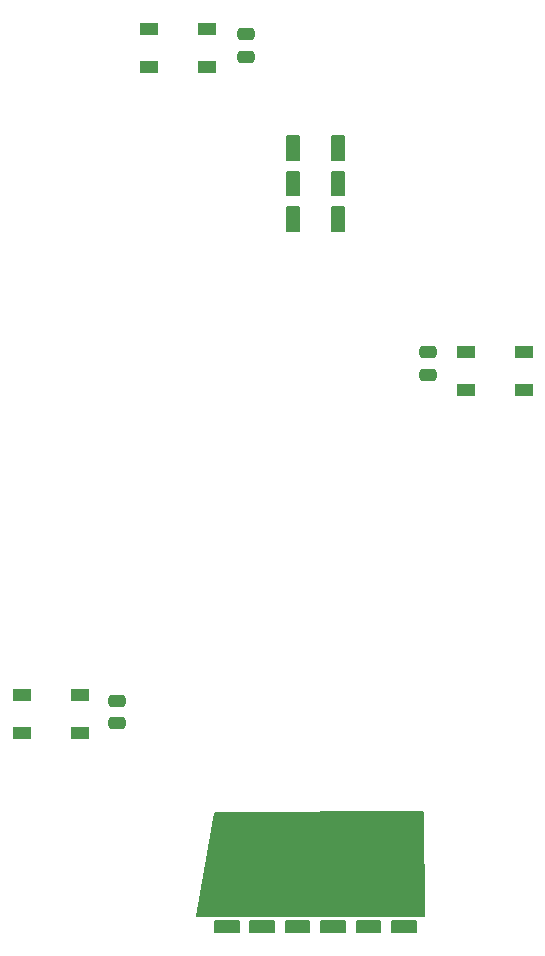
<source format=gts>
%TF.GenerationSoftware,KiCad,Pcbnew,(6.0.7)*%
%TF.CreationDate,2022-11-21T20:09:17+01:00*%
%TF.ProjectId,Arbolito Tronco,4172626f-6c69-4746-9f20-54726f6e636f,rev?*%
%TF.SameCoordinates,Original*%
%TF.FileFunction,Soldermask,Top*%
%TF.FilePolarity,Negative*%
%FSLAX46Y46*%
G04 Gerber Fmt 4.6, Leading zero omitted, Abs format (unit mm)*
G04 Created by KiCad (PCBNEW (6.0.7)) date 2022-11-21 20:09:17*
%MOMM*%
%LPD*%
G01*
G04 APERTURE LIST*
G04 Aperture macros list*
%AMRoundRect*
0 Rectangle with rounded corners*
0 $1 Rounding radius*
0 $2 $3 $4 $5 $6 $7 $8 $9 X,Y pos of 4 corners*
0 Add a 4 corners polygon primitive as box body*
4,1,4,$2,$3,$4,$5,$6,$7,$8,$9,$2,$3,0*
0 Add four circle primitives for the rounded corners*
1,1,$1+$1,$2,$3*
1,1,$1+$1,$4,$5*
1,1,$1+$1,$6,$7*
1,1,$1+$1,$8,$9*
0 Add four rect primitives between the rounded corners*
20,1,$1+$1,$2,$3,$4,$5,0*
20,1,$1+$1,$4,$5,$6,$7,0*
20,1,$1+$1,$6,$7,$8,$9,0*
20,1,$1+$1,$8,$9,$2,$3,0*%
G04 Aperture macros list end*
%ADD10C,0.150000*%
%ADD11RoundRect,0.250000X-0.475000X0.250000X-0.475000X-0.250000X0.475000X-0.250000X0.475000X0.250000X0*%
%ADD12R,1.500000X1.000000*%
G04 APERTURE END LIST*
D10*
G36*
X148700000Y-127100000D02*
G01*
X129500000Y-127100000D01*
X131000000Y-118400000D01*
X148595401Y-118308937D01*
X148700000Y-127100000D01*
G37*
X148700000Y-127100000D02*
X129500000Y-127100000D01*
X131000000Y-118400000D01*
X148595401Y-118308937D01*
X148700000Y-127100000D01*
G36*
X138100000Y-66100000D02*
G01*
X137100000Y-66100000D01*
X137100000Y-64100000D01*
X138100000Y-64100000D01*
X138100000Y-66100000D01*
G37*
X138100000Y-66100000D02*
X137100000Y-66100000D01*
X137100000Y-64100000D01*
X138100000Y-64100000D01*
X138100000Y-66100000D01*
G36*
X133000000Y-128500000D02*
G01*
X131000000Y-128500000D01*
X131000000Y-127500000D01*
X133000000Y-127500000D01*
X133000000Y-128500000D01*
G37*
X133000000Y-128500000D02*
X131000000Y-128500000D01*
X131000000Y-127500000D01*
X133000000Y-127500000D01*
X133000000Y-128500000D01*
G36*
X148000000Y-128500000D02*
G01*
X146000000Y-128500000D01*
X146000000Y-127500000D01*
X148000000Y-127500000D01*
X148000000Y-128500000D01*
G37*
X148000000Y-128500000D02*
X146000000Y-128500000D01*
X146000000Y-127500000D01*
X148000000Y-127500000D01*
X148000000Y-128500000D01*
G36*
X138100000Y-69100000D02*
G01*
X137100000Y-69100000D01*
X137100000Y-67100000D01*
X138100000Y-67100000D01*
X138100000Y-69100000D01*
G37*
X138100000Y-69100000D02*
X137100000Y-69100000D01*
X137100000Y-67100000D01*
X138100000Y-67100000D01*
X138100000Y-69100000D01*
G36*
X136000000Y-128500000D02*
G01*
X134000000Y-128500000D01*
X134000000Y-127500000D01*
X136000000Y-127500000D01*
X136000000Y-128500000D01*
G37*
X136000000Y-128500000D02*
X134000000Y-128500000D01*
X134000000Y-127500000D01*
X136000000Y-127500000D01*
X136000000Y-128500000D01*
G36*
X139000000Y-128500000D02*
G01*
X137000000Y-128500000D01*
X137000000Y-127500000D01*
X139000000Y-127500000D01*
X139000000Y-128500000D01*
G37*
X139000000Y-128500000D02*
X137000000Y-128500000D01*
X137000000Y-127500000D01*
X139000000Y-127500000D01*
X139000000Y-128500000D01*
G36*
X141900000Y-63100000D02*
G01*
X140900000Y-63100000D01*
X140900000Y-61100000D01*
X141900000Y-61100000D01*
X141900000Y-63100000D01*
G37*
X141900000Y-63100000D02*
X140900000Y-63100000D01*
X140900000Y-61100000D01*
X141900000Y-61100000D01*
X141900000Y-63100000D01*
G36*
X138100000Y-63100000D02*
G01*
X137100000Y-63100000D01*
X137100000Y-61100000D01*
X138100000Y-61100000D01*
X138100000Y-63100000D01*
G37*
X138100000Y-63100000D02*
X137100000Y-63100000D01*
X137100000Y-61100000D01*
X138100000Y-61100000D01*
X138100000Y-63100000D01*
G36*
X141900000Y-66100000D02*
G01*
X140900000Y-66100000D01*
X140900000Y-64100000D01*
X141900000Y-64100000D01*
X141900000Y-66100000D01*
G37*
X141900000Y-66100000D02*
X140900000Y-66100000D01*
X140900000Y-64100000D01*
X141900000Y-64100000D01*
X141900000Y-66100000D01*
G36*
X141900000Y-69100000D02*
G01*
X140900000Y-69100000D01*
X140900000Y-67100000D01*
X141900000Y-67100000D01*
X141900000Y-69100000D01*
G37*
X141900000Y-69100000D02*
X140900000Y-69100000D01*
X140900000Y-67100000D01*
X141900000Y-67100000D01*
X141900000Y-69100000D01*
G36*
X145000000Y-128500000D02*
G01*
X143000000Y-128500000D01*
X143000000Y-127500000D01*
X145000000Y-127500000D01*
X145000000Y-128500000D01*
G37*
X145000000Y-128500000D02*
X143000000Y-128500000D01*
X143000000Y-127500000D01*
X145000000Y-127500000D01*
X145000000Y-128500000D01*
G36*
X142000000Y-128500000D02*
G01*
X140000000Y-128500000D01*
X140000000Y-127500000D01*
X142000000Y-127500000D01*
X142000000Y-128500000D01*
G37*
X142000000Y-128500000D02*
X140000000Y-128500000D01*
X140000000Y-127500000D01*
X142000000Y-127500000D01*
X142000000Y-128500000D01*
D11*
%TO.C,C16*%
X149050000Y-79400000D03*
X149050000Y-81300000D03*
%TD*%
D12*
%TO.C,U5*%
X125400000Y-52000000D03*
X125400000Y-55200000D03*
X130300000Y-55200000D03*
X130300000Y-52000000D03*
%TD*%
D11*
%TO.C,C12*%
X133600000Y-52450000D03*
X133600000Y-54350000D03*
%TD*%
D12*
%TO.C,U1*%
X114650000Y-108400000D03*
X114650000Y-111600000D03*
X119550000Y-111600000D03*
X119550000Y-108400000D03*
%TD*%
D11*
%TO.C,C14*%
X122700000Y-108900000D03*
X122700000Y-110800000D03*
%TD*%
D12*
%TO.C,U4*%
X152250000Y-79350000D03*
X152250000Y-82550000D03*
X157150000Y-82550000D03*
X157150000Y-79350000D03*
%TD*%
M02*

</source>
